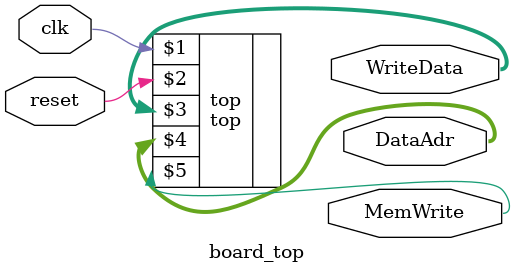
<source format=sv>
module board_top(input logic clk, reset, 
        output logic [31:0] WriteData, DataAdr, 
        output logic MemWrite);
        
        top top(clk, reset, WriteData, DataAdr, MemWrite);
endmodule
</source>
